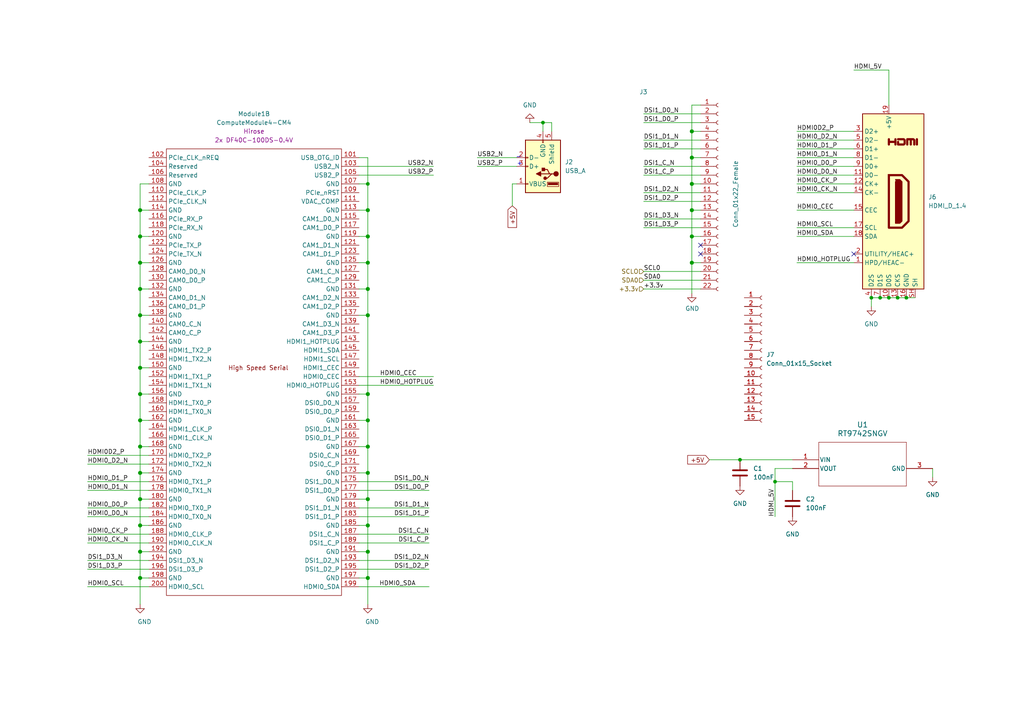
<source format=kicad_sch>
(kicad_sch (version 20230121) (generator eeschema)
  (paper "A4")
  (title_block (title "base") (date "2024-07-13") (rev "v01") (comment 2 "creativecommons.org/licenses/by-sa/4.0") (comment 3 "License: CC BY 4.0") (comment 4 "Author: Lucas Gomes "))
  (lib_symbols
    (symbol "CM4IO:ComputeModule4-CM4"
      (property "Reference" "Module" (at 113.03 -68.58 0))
      (property "Value" "ComputeModule4-CM4" (at 140.97 2.54 0))
      (property "Manufacturer" "Hirose" (at 0 0 0))
      (property "MPN" "2x DF40C-100DS-0.4V" (at 0 -2.54 0))
      (property "MPN (Alt)" "2x DF40HC(3.0)-100DS-0.4V" (at 0 0 0))
      (symbol "ComputeModule4-CM4_1_0"
        (text "GPIO" (at 0 6.35 0) (effects (font (size 1.27 1.27))))
      )
      (symbol "ComputeModule4-CM4_1_1"
        (rectangle (start -30.48 -71.12) (end 25.4 58.42))
        (text "600mA Max" (at -8.89 -53.34 0) (effects (font (size 1.27 1.27))))
        (text "600mA Max" (at -8.89 -48.26 0) (effects (font (size 1.27 1.27))))
        (text "NB SD signals are only available" (at -1.27 -27.94 0) (effects (font (size 1.27 1.27))))
        (text "on modules without eMMC" (at -1.27 -30.48 0) (effects (font (size 1.27 1.27))))
        (pin power_in line (at 27.94 55.88 180) (length 2.54) (name "GND") (number "1"))
        (pin passive line (at -33.02 45.72 0) (length 2.54) (name "Ethernet_Pair0_N") (number "10"))
        (pin output line (at -33.02 -68.58 0) (length 2.54) (name "nEXTRST") (number "100"))
        (pin passive line (at 27.94 43.18 180) (length 2.54) (name "Ethernet_Pair2_P") (number "11"))
        (pin passive line (at -33.02 43.18 0) (length 2.54) (name "Ethernet_Pair0_P") (number "12"))
        (pin power_in line (at 27.94 40.64 180) (length 2.54) (name "GND") (number "13"))
        (pin power_in line (at -33.02 40.64 0) (length 2.54) (name "GND") (number "14"))
        (pin output line (at 27.94 38.1 180) (length 2.54) (name "Ethernet_nLED3(3.3v)") (number "15"))
        (pin input line (at -33.02 38.1 0) (length 2.54) (name "Ethernet_SYNC_IN(1.8v)") (number "16"))
        (pin output line (at 27.94 35.56 180) (length 2.54) (name "Ethernet_nLED2(3.3v)") (number "17"))
        (pin input line (at -33.02 35.56 0) (length 2.54) (name "Ethernet_SYNC_OUT(1.8v)") (number "18"))
        (pin output line (at 27.94 33.02 180) (length 2.54) (name "Ethernet_nLED1(3.3v)") (number "19"))
        (pin power_in line (at -33.02 55.88 0) (length 2.54) (name "GND") (number "2"))
        (pin passive line (at -33.02 33.02 0) (length 2.54) (name "EEPROM_nWP") (number "20"))
        (pin open_collector line (at 27.94 30.48 180) (length 2.54) (name "PI_nLED_Activity") (number "21"))
        (pin power_in line (at -33.02 30.48 0) (length 2.54) (name "GND") (number "22"))
        (pin power_in line (at 27.94 27.94 180) (length 2.54) (name "GND") (number "23"))
        (pin passive line (at -33.02 27.94 0) (length 2.54) (name "GPIO26") (number "24"))
        (pin passive line (at 27.94 25.4 180) (length 2.54) (name "GPIO21") (number "25"))
        (pin passive line (at -33.02 25.4 0) (length 2.54) (name "GPIO19") (number "26"))
        (pin passive line (at 27.94 22.86 180) (length 2.54) (name "GPIO20") (number "27"))
        (pin passive line (at -33.02 22.86 0) (length 2.54) (name "GPIO13") (number "28"))
        (pin passive line (at 27.94 20.32 180) (length 2.54) (name "GPIO16") (number "29"))
        (pin passive line (at 27.94 53.34 180) (length 2.54) (name "Ethernet_Pair3_P") (number "3"))
        (pin passive line (at -33.02 20.32 0) (length 2.54) (name "GPIO6") (number "30"))
        (pin passive line (at 27.94 17.78 180) (length 2.54) (name "GPIO12") (number "31"))
        (pin power_in line (at -33.02 17.78 0) (length 2.54) (name "GND") (number "32"))
        (pin power_in line (at 27.94 15.24 180) (length 2.54) (name "GND") (number "33"))
        (pin passive line (at -33.02 15.24 0) (length 2.54) (name "GPIO5") (number "34"))
        (pin passive line (at 27.94 12.7 180) (length 2.54) (name "ID_SC") (number "35"))
        (pin passive line (at -33.02 12.7 0) (length 2.54) (name "ID_SD") (number "36"))
        (pin passive line (at 27.94 10.16 180) (length 2.54) (name "GPIO7") (number "37"))
        (pin passive line (at -33.02 10.16 0) (length 2.54) (name "GPIO11") (number "38"))
        (pin passive line (at 27.94 7.62 180) (length 2.54) (name "GPIO8") (number "39"))
        (pin passive line (at -33.02 53.34 0) (length 2.54) (name "Ethernet_Pair1_P") (number "4"))
        (pin passive line (at -33.02 7.62 0) (length 2.54) (name "GPIO9") (number "40"))
        (pin passive line (at 27.94 5.08 180) (length 2.54) (name "GPIO25") (number "41"))
        (pin power_in line (at -33.02 5.08 0) (length 2.54) (name "GND") (number "42"))
        (pin power_in line (at 27.94 2.54 180) (length 2.54) (name "GND") (number "43"))
        (pin passive line (at -33.02 2.54 0) (length 2.54) (name "GPIO10") (number "44"))
        (pin passive line (at 27.94 0 180) (length 2.54) (name "GPIO24") (number "45"))
        (pin passive line (at -33.02 0 0) (length 2.54) (name "GPIO22") (number "46"))
        (pin passive line (at 27.94 -2.54 180) (length 2.54) (name "GPIO23") (number "47"))
        (pin passive line (at -33.02 -2.54 0) (length 2.54) (name "GPIO27") (number "48"))
        (pin passive line (at 27.94 -5.08 180) (length 2.54) (name "GPIO18") (number "49"))
        (pin passive line (at 27.94 50.8 180) (length 2.54) (name "Ethernet_Pair3_N") (number "5"))
        (pin passive line (at -33.02 -5.08 0) (length 2.54) (name "GPIO17") (number "50"))
        (pin passive line (at 27.94 -7.62 180) (length 2.54) (name "GPIO15") (number "51"))
        (pin power_in line (at -33.02 -7.62 0) (length 2.54) (name "GND") (number "52"))
        (pin power_in line (at 27.94 -10.16 180) (length 2.54) (name "GND") (number "53"))
        (pin passive line (at -33.02 -10.16 0) (length 2.54) (name "GPIO4") (number "54"))
        (pin passive line (at 27.94 -12.7 180) (length 2.54) (name "GPIO14") (number "55"))
        (pin passive line (at -33.02 -12.7 0) (length 2.54) (name "GPIO3") (number "56"))
        (pin passive line (at 27.94 -15.24 180) (length 2.54) (name "SD_CLK") (number "57"))
        (pin passive line (at -33.02 -15.24 0) (length 2.54) (name "GPIO2") (number "58"))
        (pin power_in line (at 27.94 -17.78 180) (length 2.54) (name "GND") (number "59"))
        (pin passive line (at -33.02 50.8 0) (length 2.54) (name "Ethernet_Pair1_N") (number "6"))
        (pin power_in line (at -33.02 -17.78 0) (length 2.54) (name "GND") (number "60"))
        (pin passive line (at 27.94 -20.32 180) (length 2.54) (name "SD_DAT3") (number "61"))
        (pin passive line (at -33.02 -20.32 0) (length 2.54) (name "SD_CMD") (number "62"))
        (pin passive line (at 27.94 -22.86 180) (length 2.54) (name "SD_DAT0") (number "63"))
        (pin passive line (at -33.02 -22.86 0) (length 2.54) (name "SD_DAT5") (number "64"))
        (pin power_in line (at 27.94 -25.4 180) (length 2.54) (name "GND") (number "65"))
        (pin power_in line (at -33.02 -25.4 0) (length 2.54) (name "GND") (number "66"))
        (pin passive line (at 27.94 -27.94 180) (length 2.54) (name "SD_DAT1") (number "67"))
        (pin passive line (at -33.02 -27.94 0) (length 2.54) (name "SD_DAT4") (number "68"))
        (pin passive line (at 27.94 -30.48 180) (length 2.54) (name "SD_DAT2") (number "69"))
        (pin power_in line (at 27.94 48.26 180) (length 2.54) (name "GND") (number "7"))
        (pin passive line (at -33.02 -30.48 0) (length 2.54) (name "SD_DAT7") (number "70"))
        (pin power_in line (at 27.94 -33.02 180) (length 2.54) (name "GND") (number "71"))
        (pin passive line (at -33.02 -33.02 0) (length 2.54) (name "SD_DAT6") (number "72"))
        (pin input line (at 27.94 -35.56 180) (length 2.54) (name "SD_VDD_Override") (number "73"))
        (pin power_in line (at -33.02 -35.56 0) (length 2.54) (name "GND") (number "74"))
        (pin output line (at 27.94 -38.1 180) (length 2.54) (name "SD_PWR_ON") (number "75"))
        (pin passive line (at -33.02 -38.1 0) (length 2.54) (name "Reserved") (number "76"))
        (pin power_in line (at 27.94 -40.64 180) (length 2.54) (name "+5v_(Input)") (number "77"))
        (pin power_in line (at -33.02 -40.64 0) (length 2.54) (name "GPIO_VREF(1.8v/3.3v_Input)") (number "78"))
        (pin power_in line (at 27.94 -43.18 180) (length 2.54) (name "+5v_(Input)") (number "79"))
        (pin power_in line (at -33.02 48.26 0) (length 2.54) (name "GND") (number "8"))
        (pin passive line (at -33.02 -43.18 0) (length 2.54) (name "SCL0") (number "80"))
        (pin power_in line (at 27.94 -45.72 180) (length 2.54) (name "+5v_(Input)") (number "81"))
        (pin passive line (at -33.02 -45.72 0) (length 2.54) (name "SDA0") (number "82"))
        (pin power_in line (at 27.94 -48.26 180) (length 2.54) (name "+5v_(Input)") (number "83"))
        (pin power_out line (at -33.02 -48.26 0) (length 2.54) (name "+3.3v_(Output)") (number "84"))
        (pin power_in line (at 27.94 -50.8 180) (length 2.54) (name "+5v_(Input)") (number "85"))
        (pin power_out line (at -33.02 -50.8 0) (length 2.54) (name "+3.3v_(Output)") (number "86"))
        (pin power_in line (at 27.94 -53.34 180) (length 2.54) (name "+5v_(Input)") (number "87"))
        (pin power_out line (at -33.02 -53.34 0) (length 2.54) (name "+1.8v_(Output)") (number "88"))
        (pin power_in line (at 27.94 -55.88 180) (length 2.54) (name "WiFi_nDisable") (number "89"))
        (pin passive line (at 27.94 45.72 180) (length 2.54) (name "Ethernet_Pair2_N") (number "9"))
        (pin power_out line (at -33.02 -55.88 0) (length 2.54) (name "+1.8v_(Output)") (number "90"))
        (pin power_in line (at 27.94 -58.42 180) (length 2.54) (name "BT_nDisable") (number "91"))
        (pin passive line (at -33.02 -58.42 0) (length 2.54) (name "RUN_PG") (number "92"))
        (pin input line (at 27.94 -60.96 180) (length 2.54) (name "nRPIBOOT") (number "93"))
        (pin passive line (at -33.02 -60.96 0) (length 2.54) (name "AnalogIP0") (number "94"))
        (pin output line (at 27.94 -63.5 180) (length 2.54) (name "nPI_LED_PWR") (number "95"))
        (pin passive line (at -33.02 -63.5 0) (length 2.54) (name "AnalogIP1") (number "96"))
        (pin passive line (at 27.94 -66.04 180) (length 2.54) (name "Camera_GPIO") (number "97"))
        (pin power_in line (at -33.02 -66.04 0) (length 2.54) (name "GND") (number "98"))
        (pin input line (at 27.94 -68.58 180) (length 2.54) (name "Global_EN") (number "99"))
      )
      (symbol "ComputeModule4-CM4_2_1"
        (rectangle (start 114.3 -66.04) (end 165.1 63.5))
        (text "High Speed Serial" (at 140.97 0 0) (effects (font (size 1.27 1.27))))
        (pin input line (at 170.18 60.96 180) (length 5.08) (name "USB_OTG_ID") (number "101"))
        (pin input line (at 109.22 60.96 0) (length 5.08) (name "PCIe_CLK_nREQ") (number "102"))
        (pin passive line (at 170.18 58.42 180) (length 5.08) (name "USB2_N") (number "103"))
        (pin passive line (at 109.22 58.42 0) (length 5.08) (name "Reserved") (number "104"))
        (pin passive line (at 170.18 55.88 180) (length 5.08) (name "USB2_P") (number "105"))
        (pin passive line (at 109.22 55.88 0) (length 5.08) (name "Reserved") (number "106"))
        (pin power_in line (at 170.18 53.34 180) (length 5.08) (name "GND") (number "107"))
        (pin power_in line (at 109.22 53.34 0) (length 5.08) (name "GND") (number "108"))
        (pin bidirectional line (at 170.18 50.8 180) (length 5.08) (name "PCIe_nRST") (number "109"))
        (pin output line (at 109.22 50.8 0) (length 5.08) (name "PCIe_CLK_P") (number "110"))
        (pin passive line (at 170.18 48.26 180) (length 5.08) (name "VDAC_COMP") (number "111"))
        (pin output line (at 109.22 48.26 0) (length 5.08) (name "PCIe_CLK_N") (number "112"))
        (pin power_in line (at 170.18 45.72 180) (length 5.08) (name "GND") (number "113"))
        (pin power_in line (at 109.22 45.72 0) (length 5.08) (name "GND") (number "114"))
        (pin input line (at 170.18 43.18 180) (length 5.08) (name "CAM1_D0_N") (number "115"))
        (pin input line (at 109.22 43.18 0) (length 5.08) (name "PCIe_RX_P") (number "116"))
        (pin input line (at 170.18 40.64 180) (length 5.08) (name "CAM1_D0_P") (number "117"))
        (pin input line (at 109.22 40.64 0) (length 5.08) (name "PCIe_RX_N") (number "118"))
        (pin power_in line (at 170.18 38.1 180) (length 5.08) (name "GND") (number "119"))
        (pin power_in line (at 109.22 38.1 0) (length 5.08) (name "GND") (number "120"))
        (pin input line (at 170.18 35.56 180) (length 5.08) (name "CAM1_D1_N") (number "121"))
        (pin output line (at 109.22 35.56 0) (length 5.08) (name "PCIe_TX_P") (number "122"))
        (pin input line (at 170.18 33.02 180) (length 5.08) (name "CAM1_D1_P") (number "123"))
        (pin output line (at 109.22 33.02 0) (length 5.08) (name "PCIe_TX_N") (number "124"))
        (pin power_in line (at 170.18 30.48 180) (length 5.08) (name "GND") (number "125"))
        (pin power_in line (at 109.22 30.48 0) (length 5.08) (name "GND") (number "126"))
        (pin input line (at 170.18 27.94 180) (length 5.08) (name "CAM1_C_N") (number "127"))
        (pin input line (at 109.22 27.94 0) (length 5.08) (name "CAM0_D0_N") (number "128"))
        (pin input line (at 170.18 25.4 180) (length 5.08) (name "CAM1_C_P") (number "129"))
        (pin input line (at 109.22 25.4 0) (length 5.08) (name "CAM0_D0_P") (number "130"))
        (pin power_in line (at 170.18 22.86 180) (length 5.08) (name "GND") (number "131"))
        (pin power_in line (at 109.22 22.86 0) (length 5.08) (name "GND") (number "132"))
        (pin input line (at 170.18 20.32 180) (length 5.08) (name "CAM1_D2_N") (number "133"))
        (pin input line (at 109.22 20.32 0) (length 5.08) (name "CAM0_D1_N") (number "134"))
        (pin input line (at 170.18 17.78 180) (length 5.08) (name "CAM1_D2_P") (number "135"))
        (pin input line (at 109.22 17.78 0) (length 5.08) (name "CAM0_D1_P") (number "136"))
        (pin power_in line (at 170.18 15.24 180) (length 5.08) (name "GND") (number "137"))
        (pin power_in line (at 109.22 15.24 0) (length 5.08) (name "GND") (number "138"))
        (pin input line (at 170.18 12.7 180) (length 5.08) (name "CAM1_D3_N") (number "139"))
        (pin input line (at 109.22 12.7 0) (length 5.08) (name "CAM0_C_N") (number "140"))
        (pin input line (at 170.18 10.16 180) (length 5.08) (name "CAM1_D3_P") (number "141"))
        (pin input line (at 109.22 10.16 0) (length 5.08) (name "CAM0_C_P") (number "142"))
        (pin input line (at 170.18 7.62 180) (length 5.08) (name "HDMI1_HOTPLUG") (number "143"))
        (pin power_in line (at 109.22 7.62 0) (length 5.08) (name "GND") (number "144"))
        (pin bidirectional line (at 170.18 5.08 180) (length 5.08) (name "HDMI1_SDA") (number "145"))
        (pin output line (at 109.22 5.08 0) (length 5.08) (name "HDMI1_TX2_P") (number "146"))
        (pin open_collector line (at 170.18 2.54 180) (length 5.08) (name "HDMI1_SCL") (number "147"))
        (pin output line (at 109.22 2.54 0) (length 5.08) (name "HDMI1_TX2_N") (number "148"))
        (pin open_collector line (at 170.18 0 180) (length 5.08) (name "HDMI1_CEC") (number "149"))
        (pin power_in line (at 109.22 0 0) (length 5.08) (name "GND") (number "150"))
        (pin open_collector line (at 170.18 -2.54 180) (length 5.08) (name "HDMI0_CEC") (number "151"))
        (pin output line (at 109.22 -2.54 0) (length 5.08) (name "HDMI1_TX1_P") (number "152"))
        (pin input line (at 170.18 -5.08 180) (length 5.08) (name "HDMI0_HOTPLUG") (number "153"))
        (pin output line (at 109.22 -5.08 0) (length 5.08) (name "HDMI1_TX1_N") (number "154"))
        (pin power_in line (at 170.18 -7.62 180) (length 5.08) (name "GND") (number "155"))
        (pin power_in line (at 109.22 -7.62 0) (length 5.08) (name "GND") (number "156"))
        (pin output line (at 170.18 -10.16 180) (length 5.08) (name "DSI0_D0_N") (number "157"))
        (pin output line (at 109.22 -10.16 0) (length 5.08) (name "HDMI1_TX0_P") (number "158"))
        (pin output line (at 170.18 -12.7 180) (length 5.08) (name "DSI0_D0_P") (number "159"))
        (pin output line (at 109.22 -12.7 0) (length 5.08) (name "HDMI1_TX0_N") (number "160"))
        (pin power_in line (at 170.18 -15.24 180) (length 5.08) (name "GND") (number "161"))
        (pin power_in line (at 109.22 -15.24 0) (length 5.08) (name "GND") (number "162"))
        (pin output line (at 170.18 -17.78 180) (length 5.08) (name "DSI0_D1_N") (number "163"))
        (pin output line (at 109.22 -17.78 0) (length 5.08) (name "HDMI1_CLK_P") (number "164"))
        (pin output line (at 170.18 -20.32 180) (length 5.08) (name "DSI0_D1_P") (number "165"))
        (pin output line (at 109.22 -20.32 0) (length 5.08) (name "HDMI1_CLK_N") (number "166"))
        (pin power_in line (at 170.18 -22.86 180) (length 5.08) (name "GND") (number "167"))
        (pin power_in line (at 109.22 -22.86 0) (length 5.08) (name "GND") (number "168"))
        (pin output line (at 170.18 -25.4 180) (length 5.08) (name "DSI0_C_N") (number "169"))
        (pin output line (at 109.22 -25.4 0) (length 5.08) (name "HDMI0_TX2_P") (number "170"))
        (pin output line (at 170.18 -27.94 180) (length 5.08) (name "DSI0_C_P") (number "171"))
        (pin output line (at 109.22 -27.94 0) (length 5.08) (name "HDMI0_TX2_N") (number "172"))
        (pin power_in line (at 170.18 -30.48 180) (length 5.08) (name "GND") (number "173"))
        (pin power_in line (at 109.22 -30.48 0) (length 5.08) (name "GND") (number "174"))
        (pin output line (at 170.18 -33.02 180) (length 5.08) (name "DSI1_D0_N") (number "175"))
        (pin output line (at 109.22 -33.02 0) (length 5.08) (name "HDMI0_TX1_P") (number "176"))
        (pin output line (at 170.18 -35.56 180) (length 5.08) (name "DSI1_D0_P") (number "177"))
        (pin output line (at 109.22 -35.56 0) (length 5.08) (name "HDMI0_TX1_N") (number "178"))
        (pin power_in line (at 170.18 -38.1 180) (length 5.08) (name "GND") (number "179"))
        (pin power_in line (at 109.22 -38.1 0) (length 5.08) (name "GND") (number "180"))
        (pin output line (at 170.18 -40.64 180) (length 5.08) (name "DSI1_D1_N") (number "181"))
        (pin output line (at 109.22 -40.64 0) (length 5.08) (name "HDMI0_TX0_P") (number "182"))
        (pin output line (at 170.18 -43.18 180) (length 5.08) (name "DSI1_D1_P") (number "183"))
        (pin output line (at 109.22 -43.18 0) (length 5.08) (name "HDMI0_TX0_N") (number "184"))
        (pin power_in line (at 170.18 -45.72 180) (length 5.08) (name "GND") (number "185"))
        (pin power_in line (at 109.22 -45.72 0) (length 5.08) (name "GND") (number "186"))
        (pin output line (at 170.18 -48.26 180) (length 5.08) (name "DSI1_C_N") (number "187"))
        (pin output line (at 109.22 -48.26 0) (length 5.08) (name "HDMI0_CLK_P") (number "188"))
        (pin output line (at 170.18 -50.8 180) (length 5.08) (name "DSI1_C_P") (number "189"))
        (pin output line (at 109.22 -50.8 0) (length 5.08) (name "HDMI0_CLK_N") (number "190"))
        (pin power_in line (at 170.18 -53.34 180) (length 5.08) (name "GND") (number "191"))
        (pin power_in line (at 109.22 -53.34 0) (length 5.08) (name "GND") (number "192"))
        (pin output line (at 170.18 -55.88 180) (length 5.08) (name "DSI1_D2_N") (number "193"))
        (pin output line (at 109.22 -55.88 0) (length 5.08) (name "DSI1_D3_N") (number "194"))
        (pin output line (at 170.18 -58.42 180) (length 5.08) (name "DSI1_D2_P") (number "195"))
        (pin output line (at 109.22 -58.42 0) (length 5.08) (name "DSI1_D3_P") (number "196"))
        (pin power_in line (at 170.18 -60.96 180) (length 5.08) (name "GND") (number "197"))
        (pin power_in line (at 109.22 -60.96 0) (length 5.08) (name "GND") (number "198"))
        (pin bidirectional line (at 170.18 -63.5 180) (length 5.08) (name "HDMI0_SDA") (number "199"))
        (pin open_collector line (at 109.22 -63.5 0) (length 5.08) (name "HDMI0_SCL") (number "200"))
      )
    )
    (symbol "Connector:Conn_01x15_Socket" (pin_names (offset 1.016) hide)
      (property "Reference" "J" (at 0 20.32 0))
      (property "Value" "Conn_01x15_Socket" (at 0 -20.32 0))
      (symbol "Conn_01x15_Socket_1_1"
        (arc (start 0 -17.272) (mid -0.5058 -17.78) (end 0 -18.288) (stroke (width 0.1524)))
        (arc (start 0 -14.732) (mid -0.5058 -15.24) (end 0 -15.748) (stroke (width 0.1524)))
        (arc (start 0 -12.192) (mid -0.5058 -12.7) (end 0 -13.208) (stroke (width 0.1524)))
        (arc (start 0 -9.652) (mid -0.5058 -10.16) (end 0 -10.668) (stroke (width 0.1524)))
        (arc (start 0 -7.112) (mid -0.5058 -7.62) (end 0 -8.128) (stroke (width 0.1524)))
        (arc (start 0 -4.572) (mid -0.5058 -5.08) (end 0 -5.588) (stroke (width 0.1524)))
        (arc (start 0 -2.032) (mid -0.5058 -2.54) (end 0 -3.048) (stroke (width 0.1524)))
        (polyline (pts (xy -1.27 -17.78) (xy -0.508 -17.78)) (stroke (width 0.1524)))
        (polyline (pts (xy -1.27 -15.24) (xy -0.508 -15.24)) (stroke (width 0.1524)))
        (polyline (pts (xy -1.27 -12.7) (xy -0.508 -12.7)) (stroke (width 0.1524)))
        (polyline (pts (xy -1.27 -10.16) (xy -0.508 -10.16)) (stroke (width 0.1524)))
        (polyline (pts (xy -1.27 -7.62) (xy -0.508 -7.62)) (stroke (width 0.1524)))
        (polyline (pts (xy -1.27 -5.08) (xy -0.508 -5.08)) (stroke (width 0.1524)))
        (polyline (pts (xy -1.27 -2.54) (xy -0.508 -2.54)) (stroke (width 0.1524)))
        (polyline (pts (xy -1.27 0) (xy -0.508 0)) (stroke (width 0.1524)))
        (polyline (pts (xy -1.27 2.54) (xy -0.508 2.54)) (stroke (width 0.1524)))
        (polyline (pts (xy -1.27 5.08) (xy -0.508 5.08)) (stroke (width 0.1524)))
        (polyline (pts (xy -1.27 7.62) (xy -0.508 7.62)) (stroke (width 0.1524)))
        (polyline (pts (xy -1.27 10.16) (xy -0.508 10.16)) (stroke (width 0.1524)))
        (polyline (pts (xy -1.27 12.7) (xy -0.508 12.7)) (stroke (width 0.1524)))
        (polyline (pts (xy -1.27 15.24) (xy -0.508 15.24)) (stroke (width 0.1524)))
        (polyline (pts (xy -1.27 17.78) (xy -0.508 17.78)) (stroke (width 0.1524)))
        (arc (start 0 0.508) (mid -0.5058 0) (end 0 -0.508) (stroke (width 0.1524)))
        (arc (start 0 3.048) (mid -0.5058 2.54) (end 0 2.032) (stroke (width 0.1524)))
        (arc (start 0 5.588) (mid -0.5058 5.08) (end 0 4.572) (stroke (width 0.1524)))
        (arc (start 0 8.128) (mid -0.5058 7.62) (end 0 7.112) (stroke (width 0.1524)))
        (arc (start 0 10.668) (mid -0.5058 10.16) (end 0 9.652) (stroke (width 0.1524)))
        (arc (start 0 13.208) (mid -0.5058 12.7) (end 0 12.192) (stroke (width 0.1524)))
        (arc (start 0 15.748) (mid -0.5058 15.24) (end 0 14.732) (stroke (width 0.1524)))
        (arc (start 0 18.288) (mid -0.5058 17.78) (end 0 17.272) (stroke (width 0.1524)))
        (pin passive line (at -5.08 17.78 0) (length 3.81) (name "Pin_1") (number "1"))
        (pin passive line (at -5.08 -5.08 0) (length 3.81) (name "Pin_10") (number "10"))
        (pin passive line (at -5.08 -7.62 0) (length 3.81) (name "Pin_11") (number "11"))
        (pin passive line (at -5.08 -10.16 0) (length 3.81) (name "Pin_12") (number "12"))
        (pin passive line (at -5.08 -12.7 0) (length 3.81) (name "Pin_13") (number "13"))
        (pin passive line (at -5.08 -15.24 0) (length 3.81) (name "Pin_14") (number "14"))
        (pin passive line (at -5.08 -17.78 0) (length 3.81) (name "Pin_15") (number "15"))
        (pin passive line (at -5.08 15.24 0) (length 3.81) (name "Pin_2") (number "2"))
        (pin passive line (at -5.08 12.7 0) (length 3.81) (name "Pin_3") (number "3"))
        (pin passive line (at -5.08 10.16 0) (length 3.81) (name "Pin_4") (number "4"))
        (pin passive line (at -5.08 7.62 0) (length 3.81) (name "Pin_5") (number "5"))
        (pin passive line (at -5.08 5.08 0) (length 3.81) (name "Pin_6") (number "6"))
        (pin passive line (at -5.08 2.54 0) (length 3.81) (name "Pin_7") (number "7"))
        (pin passive line (at -5.08 0 0) (length 3.81) (name "Pin_8") (number "8"))
        (pin passive line (at -5.08 -2.54 0) (length 3.81) (name "Pin_9") (number "9"))
      )
    )
    (symbol "Connector:Conn_01x22_Female" (pin_names hide)
      (property "Reference" "J" (at 0 27.94 0))
      (property "Value" "Conn_01x22_Female" (at 0 -30.48 0))
      (symbol "Conn_01x22_Female_1_1"
        (arc (start 0 -27.432) (mid -0.5058 -27.94) (end 0 -28.448))
        (arc (start 0 -24.892) (mid -0.5058 -25.4) (end 0 -25.908))
        (arc (start 0 -22.352) (mid -0.5058 -22.86) (end 0 -23.368))
        (arc (start 0 -19.812) (mid -0.5058 -20.32) (end 0 -20.828))
        (arc (start 0 -17.272) (mid -0.5058 -17.78) (end 0 -18.288))
        (arc (start 0 -14.732) (mid -0.5058 -15.24) (end 0 -15.748))
        (arc (start 0 -12.192) (mid -0.5058 -12.7) (end 0 -13.208))
        (arc (start 0 -9.652) (mid -0.5058 -10.16) (end 0 -10.668))
        (arc (start 0 -7.112) (mid -0.5058 -7.62) (end 0 -8.128))
        (arc (start 0 -4.572) (mid -0.5058 -5.08) (end 0 -5.588))
        (arc (start 0 -2.032) (mid -0.5058 -2.54) (end 0 -3.048))
        (polyline (pts (xy -1.27 -27.94) (xy -0.508 -27.94)))
        (polyline (pts (xy -1.27 -25.4) (xy -0.508 -25.4)))
        (polyline (pts (xy -1.27 -22.86) (xy -0.508 -22.86)))
        (polyline (pts (xy -1.27 -20.32) (xy -0.508 -20.32)))
        (polyline (pts (xy -1.27 -17.78) (xy -0.508 -17.78)))
        (polyline (pts (xy -1.27 -15.24) (xy -0.508 -15.24)))
        (polyline (pts (xy -1.27 -12.7) (xy -0.508 -12.7)))
        (polyline (pts (xy -1.27 -10.16) (xy -0.508 -10.16)))
        (polyline (pts (xy -1.27 -7.62) (xy -0.508 -7.62)))
        (polyline (pts (xy -1.27 -5.08) (xy -0.508 -5.08)))
        (polyline (pts (xy -1.27 -2.54) (xy -0.508 -2.54)))
        (polyline (pts (xy -1.27 0) (xy -0.508 0)))
        (polyline (pts (xy -1.27 2.54) (xy -0.508 2.54)))
        (polyline (pts (xy -1.27 5.08) (xy -0.508 5.08)))
        (polyline (pts (xy -1.27 7.62) (xy -0.508 7.62)))
        (polyline (pts (xy -1.27 10.16) (xy -0.508 10.16)))
        (polyline (pts (xy -1.27 12.7) (xy -0.508 12.7)))
        (polyline (pts (xy -1.27 15.24) (xy -0.508 15.24)))
        (polyline (pts (xy -1.27 17.78) (xy -0.508 17.78)))
        (polyline (pts (xy -1.27 20.32) (xy -0.508 20.32)))
        (polyline (pts (xy -1.27 22.86) (xy -0.508 22.86)))
        (polyline (pts (xy -1.27 25.4) (xy -0.508 25.4)))
        (arc (start 0 0.508) (mid -0.5058 0) (end 0 -0.508))
        (arc (start 0 3.048) (mid -0.5058 2.54) (end 0 2.032))
        (arc (start 0 5.588) (mid -0.5058 5.08) (end 0 4.572))
        (arc (start 0 8.128) (mid -0.5058 7.62) (end 0 7.112))
        (arc (start 0 10.668) (mid -0.5058 10.16) (end 0 9.652))
        (arc (start 0 13.208) (mid -0.5058 12.7) (end 0 12.192))
        (arc (start 0 15.748) (mid -0.5058 15.24) (end 0 14.732))
        (arc (start 0 18.288) (mid -0.5058 17.78) (end 0 17.272))
        (arc (start 0 20.828) (mid -0.5058 20.32) (end 0 19.812))
        (arc (start 0 23.368) (mid -0.5058 22.86) (end 0 22.352))
        (arc (start 0 25.908) (mid -0.5058 25.4) (end 0 24.892))
        (pin passive line (at -5.08 25.4 0) (length 3.81) (name "Pin_1") (number "1"))
        (pin passive line (at -5.08 2.54 0) (length 3.81) (name "Pin_10") (number "10"))
        (pin passive line (at -5.08 0 0) (length 3.81) (name "Pin_11") (number "11"))
        (pin passive line (at -5.08 -2.54 0) (length 3.81) (name "Pin_12") (number "12"))
        (pin passive line (at -5.08 -5.08 0) (length 3.81) (name "Pin_13") (number "13"))
        (pin passive line (at -5.08 -7.62 0) (length 3.81) (name "Pin_14") (number "14"))
        (pin passive line (at -5.08 -10.16 0) (length 3.81) (name "Pin_15") (number "15"))
        (pin passive line (at -5.08 -12.7 0) (length 3.81) (name "Pin_16") (number "16"))
        (pin passive line (at -5.08 -15.24 0) (length 3.81) (name "Pin_17") (number "17"))
        (pin passive line (at -5.08 -17.78 0) (length 3.81) (name "Pin_18") (number "18"))
        (pin passive line (at -5.08 -20.32 0) (length 3.81) (name "Pin_19") (number "19"))
        (pin passive line (at -5.08 22.86 0) (length 3.81) (name "Pin_2") (number "2"))
        (pin passive line (at -5.08 -22.86 0) (length 3.81) (name "Pin_20") (number "20"))
        (pin passive line (at -5.08 -25.4 0) (length 3.81) (name "Pin_21") (number "21"))
        (pin passive line (at -5.08 -27.94 0) (length 3.81) (name "Pin_22") (number "22"))
        (pin passive line (at -5.08 20.32 0) (length 3.81) (name "Pin_3") (number "3"))
        (pin passive line (at -5.08 17.78 0) (length 3.81) (name "Pin_4") (number "4"))
        (pin passive line (at -5.08 15.24 0) (length 3.81) (name "Pin_5") (number "5"))
        (pin passive line (at -5.08 12.7 0) (length 3.81) (name "Pin_6") (number "6"))
        (pin passive line (at -5.08 10.16 0) (length 3.81) (name "Pin_7") (number "7"))
        (pin passive line (at -5.08 7.62 0) (length 3.81) (name "Pin_8") (number "8"))
        (pin passive line (at -5.08 5.08 0) (length 3.81) (name "Pin_9") (number "9"))
      )
    )
    (symbol "Connector:HDMI_D_1.4"
      (property "Reference" "J" (at -6.35 26.67 0))
      (property "Value" "HDMI_D_1.4" (at 10.16 26.67 0))
      (symbol "HDMI_D_1.4_0_0"
        (polyline (pts (xy 8.128 16.51) (xy 8.128 18.034)) (stroke (width 0.635)))
        (polyline (pts (xy 0 16.51) (xy 0 18.034) (xy 0 17.272) (xy 1.905 17.272) (xy 1.905 18.034) (xy 1.905 16.51)) (stroke (width 0.635)))
        (polyline (pts (xy 2.667 18.034) (xy 4.318 18.034) (xy 4.572 17.78) (xy 4.572 16.764) (xy 4.318 16.51) (xy 2.667 16.51) (xy 2.667 17.272)) (stroke (width 0.635)))
      )
      (symbol "HDMI_D_1.4_0_1"
        (rectangle (start -7.62 25.4) (end 10.16 -25.4) (stroke (width 0.254)) (fill (type background)))
        (polyline (pts (xy 0 7.62) (xy 3.81 7.62) (xy 5.715 5.715) (xy 5.715 -5.715) (xy 3.81 -7.62) (xy 0 -7.62) (xy 0 7.62)) (stroke (width 0.635)))
        (polyline (pts (xy 1.905 6.35) (xy 3.175 6.35) (xy 3.81 5.715) (xy 3.81 -5.715) (xy 3.175 -6.35) (xy 1.905 -6.35) (xy 1.905 5.715)) (stroke (width 0.254)) (fill (type outline)))
        (polyline (pts (xy 5.334 16.51) (xy 5.334 18.034) (xy 6.35 18.034) (xy 6.35 16.51) (xy 6.35 18.034) (xy 7.112 18.034) (xy 7.366 17.78) (xy 7.366 16.51)) (stroke (width 0.635)))
      )
      (symbol "HDMI_D_1.4_1_1"
        (pin passive line (at -10.16 -17.78 0) (length 2.54) (name "HPD/HEAC-") (number "1"))
        (pin power_in line (at 0 -27.94 90) (length 2.54) (name "D0S") (number "10"))
        (pin passive line (at -10.16 7.62 0) (length 2.54) (name "D0-") (number "11"))
        (pin passive line (at -10.16 5.08 0) (length 2.54) (name "CK+") (number "12"))
        (pin power_in line (at 2.54 -27.94 90) (length 2.54) (name "CKS") (number "13"))
        (pin passive line (at -10.16 2.54 0) (length 2.54) (name "CK-") (number "14"))
        (pin bidirectional line (at -10.16 -2.54 0) (length 2.54) (name "CEC") (number "15"))
        (pin power_in line (at 5.08 -27.94 90) (length 2.54) (name "GND") (number "16"))
        (pin passive line (at -10.16 -7.62 0) (length 2.54) (name "SCL") (number "17"))
        (pin bidirectional line (at -10.16 -10.16 0) (length 2.54) (name "SDA") (number "18"))
        (pin power_in line (at 0 27.94 270) (length 2.54) (name "+5V") (number "19"))
        (pin passive line (at -10.16 -15.24 0) (length 2.54) (name "UTILITY/HEAC+") (number "2"))
        (pin passive line (at -10.16 20.32 0) (length 2.54) (name "D2+") (number "3"))
        (pin power_in line (at -5.08 -27.94 90) (length 2.54) (name "D2S") (number "4"))
        (pin passive line (at -10.16 17.78 0) (length 2.54) (name "D2-") (number "5"))
        (pin passive line (at -10.16 15.24 0) (length 2.54) (name "D1+") (number "6"))
        (pin power_in line (at -2.54 -27.94 90) (length 2.54) (name "D1S") (number "7"))
        (pin passive line (at -10.16 12.7 0) (length 2.54) (name "D1-") (number "8"))
        (pin passive line (at -10.16 10.16 0) (length 2.54) (name "D0+") (number "9"))
        (pin passive line (at 7.62 -27.94 90) (length 2.54) (name "SH") (number "SH"))
      )
    )
    (symbol "Connector:USB_A" (pin_names (offset 1.016))
      (property "Reference" "J" (at -5.08 11.43 0))
      (property "Value" "USB_A" (at -5.08 8.89 0))
      (symbol "USB_A_0_1"
        (rectangle (start -5.08 -7.62) (end 5.08 7.62) (stroke (width 0.254)) (fill (type background)))
        (circle (center -3.81 2.159) (radius 0.635) (stroke (width 0.254)) (fill (type outline)))
        (rectangle (start -1.524 4.826) (end -4.318 5.334) (fill (type outline)))
        (rectangle (start -1.27 4.572) (end -4.572 5.842))
        (circle (center -0.635 3.429) (radius 0.381) (stroke (width 0.254)) (fill (type outline)))
        (rectangle (start -0.127 -7.62) (end 0.127 -6.858))
        (polyline (pts (xy -3.175 2.159) (xy -2.54 2.159) (xy -1.27 3.429) (xy -0.635 3.429)) (stroke (width 0.254)))
        (polyline (pts (xy -2.54 2.159) (xy -1.905 2.159) (xy -1.27 0.889) (xy 0 0.889)) (stroke (width 0.254)))
        (polyline (pts (xy 0.635 2.794) (xy 0.635 1.524) (xy 1.905 2.159) (xy 0.635 2.794)) (stroke (width 0.254)) (fill (type outline)))
        (rectangle (start 0.254 1.27) (end -0.508 0.508) (stroke (width 0.254)) (fill (type outline)))
        (rectangle (start 5.08 -2.667) (end 4.318 -2.413))
        (rectangle (start 5.08 -0.127) (end 4.318 0.127))
        (rectangle (start 5.08 4.953) (end 4.318 5.207))
      )
      (symbol "USB_A_1_1"
        (polyline (pts (xy -1.905 2.159) (xy 0.635 2.159)) (stroke (width 0.254)))
        (pin power_in line (at 7.62 5.08 180) (length 2.54) (name "VBUS") (number "1"))
        (pin bidirectional line (at 7.62 -2.54 180) (length 2.54) (name "D-") (number "2"))
        (pin bidirectional line (at 7.62 0 180) (length 2.54) (name "D+") (number "3"))
        (pin power_in line (at 0 -10.16 90) (length 2.54) (name "GND") (number "4"))
        (pin passive line (at -2.54 -10.16 90) (length 2.54) (name "Shield") (number "5"))
      )
    )
    (symbol "Device:C" (pin_numbers hide) (pin_names (offset 0.254))
      (property "Reference" "C" (at 0.635 2.54 0))
      (property "Value" "C" (at 0.635 -2.54 0))
      (symbol "C_0_1"
        (polyline (pts (xy -2.032 -0.762) (xy 2.032 -0.762)) (stroke (width 0.508)))
        (polyline (pts (xy -2.032 0.762) (xy 2.032 0.762)) (stroke (width 0.508)))
      )
      (symbol "C_1_1"
        (pin passive line (at 0 3.81 270) (length 2.794) (name "~") (number "1"))
        (pin passive line (at 0 -3.81 90) (length 2.794) (name "~") (number "2"))
      )
    )
    (symbol "GND_1" (power) (pin_names (offset 0))
      (property "Value" "GND_1" (at 0 -3.81 0))
      (symbol "GND_1_0_1"
        (polyline (pts (xy 0 0) (xy 0 -1.27) (xy 1.27 -1.27) (xy 0 -2.54) (xy -1.27 -1.27) (xy 0 -1.27)))
      )
      (symbol "GND_1_1_1"
        (pin power_in line (at 0 0 270) (length 0) hide (name "GND") (number "1"))
      )
    )
    (symbol "GND_2" (power) (pin_names (offset 0))
      (property "Value" "GND_2" (at 0 -3.81 0))
      (symbol "GND_2_0_1"
        (polyline (pts (xy 0 0) (xy 0 -1.27) (xy 1.27 -1.27) (xy 0 -2.54) (xy -1.27 -1.27) (xy 0 -1.27)))
      )
      (symbol "GND_2_1_1"
        (pin power_in line (at 0 0 270) (length 0) hide (name "GND") (number "1"))
      )
    )
    (symbol "GND_3" (power) (pin_names (offset 0))
      (property "Value" "GND_3" (at 0 -3.81 0))
      (symbol "GND_3_0_1"
        (polyline (pts (xy 0 0) (xy 0 -1.27) (xy 1.27 -1.27) (xy 0 -2.54) (xy -1.27 -1.27) (xy 0 -1.27)))
      )
      (symbol "GND_3_1_1"
        (pin power_in line (at 0 0 270) (length 0) hide (name "GND") (number "1"))
      )
    )
    (symbol "GND_4" (power) (pin_names (offset 0))
      (property "Value" "GND_4" (at 0 -3.81 0))
      (symbol "GND_4_0_1"
        (polyline (pts (xy 0 0) (xy 0 -1.27) (xy 1.27 -1.27) (xy 0 -2.54) (xy -1.27 -1.27) (xy 0 -1.27)))
      )
      (symbol "GND_4_1_1"
        (pin power_in line (at 0 0 270) (length 0) hide (name "GND") (number "1"))
      )
    )
    (symbol "RT9742SNGV:RT9742SNGV" (pin_names (offset 0.254))
      (property "Reference" "U" (at 20.32 10.16 0))
      (property "Value" "RT9742SNGV" (at 20.32 7.62 0))
      (symbol "RT9742SNGV_0_1"
        (polyline (pts (xy 7.62 -7.62) (xy 33.02 -7.62)) (stroke (width 0.127)))
        (polyline (pts (xy 7.62 5.08) (xy 7.62 -7.62)) (stroke (width 0.127)))
        (polyline (pts (xy 33.02 -7.62) (xy 33.02 5.08)) (stroke (width 0.127)))
        (polyline (pts (xy 33.02 5.08) (xy 7.62 5.08)) (stroke (width 0.127)))
        (pin unspecified line (at 0 0 0) (length 7.62) (name "VIN") (number "1"))
        (pin output line (at 0 -2.54 0) (length 7.62) (name "VOUT") (number "2"))
        (pin power_out line (at 40.64 -2.54 180) (length 7.62) (name "GND") (number "3"))
      )
    )
    (symbol "power:GND" (power) (pin_names (offset 0))
      (property "Value" "GND" (at 0 -3.81 0))
      (symbol "GND_0_1"
        (polyline (pts (xy 0 0) (xy 0 -1.27) (xy 1.27 -1.27) (xy 0 -2.54) (xy -1.27 -1.27) (xy 0 -1.27)))
      )
      (symbol "GND_1_1"
        (pin power_in line (at 0 0 270) (length 0) hide (name "GND") (number "1"))
      )
    )
  )
  (junction (at 106.68 60.96) (diameter 1.016))
  (junction (at 106.68 160.02) (diameter 1.016))
  (junction (at 257.81 86.36))
  (junction (at 40.64 152.4) (diameter 1.016))
  (junction (at 106.68 144.78) (diameter 1.016))
  (junction (at 200.66 68.58) (diameter 1.016))
  (junction (at 106.68 121.92) (diameter 1.016))
  (junction (at 260.35 86.36))
  (junction (at 200.66 53.34) (diameter 1.016))
  (junction (at 40.64 144.78) (diameter 1.016))
  (junction (at 262.89 86.36))
  (junction (at 200.66 76.2) (diameter 1.016))
  (junction (at 224.79 139.7))
  (junction (at 157.48 35.56))
  (junction (at 40.64 167.64) (diameter 1.016))
  (junction (at 106.68 83.82) (diameter 1.016))
  (junction (at 40.64 76.2) (diameter 1.016))
  (junction (at 106.68 114.3) (diameter 1.016))
  (junction (at 106.68 53.34))
  (junction (at 106.68 129.54) (diameter 1.016))
  (junction (at 200.66 38.1) (diameter 1.016))
  (junction (at 40.64 137.16) (diameter 1.016))
  (junction (at 40.64 91.44) (diameter 1.016))
  (junction (at 40.64 68.58) (diameter 1.016))
  (junction (at 106.68 76.2) (diameter 1.016))
  (junction (at 106.68 68.58) (diameter 1.016))
  (junction (at 255.27 86.36))
  (junction (at 106.68 91.44) (diameter 1.016))
  (junction (at 40.64 83.82) (diameter 1.016))
  (junction (at 106.68 137.16) (diameter 1.016))
  (junction (at 252.73 86.36))
  (junction (at 106.68 152.4) (diameter 1.016))
  (junction (at 40.64 160.02) (diameter 1.016))
  (junction (at 40.64 106.68) (diameter 1.016))
  (junction (at 106.68 167.64) (diameter 1.016))
  (junction (at 200.66 60.96) (diameter 1.016))
  (junction (at 214.63 133.35))
  (junction (at 40.64 60.96) (diameter 1.016))
  (junction (at 40.64 121.92) (diameter 1.016))
  (junction (at 40.64 99.06) (diameter 1.016))
  (junction (at 200.66 45.72) (diameter 1.016))
  (junction (at 40.64 129.54) (diameter 1.016))
  (junction (at 40.64 114.3) (diameter 1.016))
  (no_connect (at 203.2 73.66))
  (no_connect (at 203.2 71.12))
  (no_connect (at 247.65 73.66))
  (wire (pts (xy 104.14 121.92) (xy 106.68 121.92)))
  (wire (pts (xy 40.64 76.2) (xy 40.64 83.82)))
  (wire (pts (xy 25.4 142.24) (xy 43.18 142.24)))
  (wire (pts (xy 186.69 33.02) (xy 203.2 33.02)))
  (wire (pts (xy 231.14 76.2) (xy 247.65 76.2)))
  (wire (pts (xy 186.69 58.42) (xy 203.2 58.42)))
  (wire (pts (xy 200.66 68.58) (xy 200.66 76.2)))
  (wire (pts (xy 224.79 139.7) (xy 224.79 135.89)))
  (wire (pts (xy 203.2 81.28) (xy 186.69 81.28)))
  (wire (pts (xy 40.64 121.92) (xy 40.64 129.54)))
  (wire (pts (xy 224.79 149.86) (xy 224.79 139.7)))
  (wire (pts (xy 231.14 50.8) (xy 247.65 50.8)))
  (wire (pts (xy 203.2 78.74) (xy 186.69 78.74)))
  (wire (pts (xy 104.14 111.76) (xy 125.73 111.76)))
  (wire (pts (xy 106.68 83.82) (xy 106.68 91.44)))
  (wire (pts (xy 40.64 106.68) (xy 40.64 114.3)))
  (wire (pts (xy 186.69 40.64) (xy 203.2 40.64)))
  (wire (pts (xy 231.14 53.34) (xy 247.65 53.34)))
  (wire (pts (xy 104.14 167.64) (xy 106.68 167.64)))
  (wire (pts (xy 104.14 152.4) (xy 106.68 152.4)))
  (wire (pts (xy 104.14 129.54) (xy 106.68 129.54)))
  (wire (pts (xy 186.69 43.18) (xy 203.2 43.18)))
  (wire (pts (xy 231.14 60.96) (xy 247.65 60.96)))
  (wire (pts (xy 104.14 50.8) (xy 125.73 50.8)))
  (wire (pts (xy 106.68 45.72) (xy 106.68 53.34)))
  (wire (pts (xy 25.4 165.1) (xy 43.18 165.1)))
  (wire (pts (xy 186.69 66.04) (xy 203.2 66.04)))
  (wire (pts (xy 200.66 38.1) (xy 203.2 38.1)))
  (wire (pts (xy 231.14 55.88) (xy 247.65 55.88)))
  (wire (pts (xy 104.14 160.02) (xy 106.68 160.02)))
  (wire (pts (xy 200.66 53.34) (xy 200.66 60.96)))
  (wire (pts (xy 157.48 35.56) (xy 160.02 35.56)))
  (wire (pts (xy 186.69 50.8) (xy 203.2 50.8)))
  (wire (pts (xy 106.68 167.64) (xy 106.68 175.26)))
  (wire (pts (xy 153.67 35.56) (xy 157.48 35.56)))
  (wire (pts (xy 106.68 152.4) (xy 106.68 160.02)))
  (wire (pts (xy 231.14 43.18) (xy 247.65 43.18)))
  (wire (pts (xy 257.81 86.36) (xy 260.35 86.36)))
  (wire (pts (xy 106.68 144.78) (xy 106.68 152.4)))
  (wire (pts (xy 104.14 147.32) (xy 124.46 147.32)))
  (wire (pts (xy 148.59 53.34) (xy 148.59 59.69)))
  (wire (pts (xy 231.14 68.58) (xy 247.65 68.58)))
  (wire (pts (xy 25.4 157.48) (xy 43.18 157.48)))
  (wire (pts (xy 106.68 68.58) (xy 106.68 76.2)))
  (wire (pts (xy 200.66 76.2) (xy 200.66 85.09)))
  (wire (pts (xy 104.14 165.1) (xy 124.46 165.1)))
  (wire (pts (xy 104.14 114.3) (xy 106.68 114.3)))
  (wire (pts (xy 231.14 66.04) (xy 247.65 66.04)))
  (wire (pts (xy 40.64 167.64) (xy 43.18 167.64)))
  (wire (pts (xy 106.68 121.92) (xy 106.68 129.54)))
  (wire (pts (xy 40.64 152.4) (xy 43.18 152.4)))
  (wire (pts (xy 25.4 132.08) (xy 43.18 132.08)))
  (wire (pts (xy 255.27 86.36) (xy 257.81 86.36)))
  (wire (pts (xy 104.14 144.78) (xy 106.68 144.78)))
  (wire (pts (xy 40.64 83.82) (xy 43.18 83.82)))
  (wire (pts (xy 270.51 135.89) (xy 270.51 138.43)))
  (wire (pts (xy 40.64 114.3) (xy 40.64 121.92)))
  (wire (pts (xy 200.66 68.58) (xy 203.2 68.58)))
  (wire (pts (xy 25.4 139.7) (xy 43.18 139.7)))
  (wire (pts (xy 205.74 133.35) (xy 214.63 133.35)))
  (wire (pts (xy 25.4 170.18) (xy 43.18 170.18)))
  (wire (pts (xy 25.4 134.62) (xy 43.18 134.62)))
  (wire (pts (xy 104.14 154.94) (xy 124.46 154.94)))
  (wire (pts (xy 40.64 68.58) (xy 40.64 76.2)))
  (wire (pts (xy 186.69 63.5) (xy 203.2 63.5)))
  (wire (pts (xy 224.79 135.89) (xy 229.87 135.89)))
  (wire (pts (xy 229.87 142.24) (xy 229.87 139.7)))
  (wire (pts (xy 40.64 152.4) (xy 40.64 160.02)))
  (wire (pts (xy 40.64 167.64) (xy 40.64 175.26)))
  (wire (pts (xy 104.14 45.72) (xy 106.68 45.72)))
  (wire (pts (xy 40.64 91.44) (xy 43.18 91.44)))
  (wire (pts (xy 104.14 170.18) (xy 124.46 170.18)))
  (wire (pts (xy 40.64 114.3) (xy 43.18 114.3)))
  (wire (pts (xy 200.66 45.72) (xy 203.2 45.72)))
  (wire (pts (xy 104.14 139.7) (xy 124.46 139.7)))
  (wire (pts (xy 106.68 91.44) (xy 106.68 114.3)))
  (wire (pts (xy 229.87 139.7) (xy 224.79 139.7)))
  (wire (pts (xy 200.66 76.2) (xy 203.2 76.2)))
  (wire (pts (xy 40.64 91.44) (xy 40.64 99.06)))
  (wire (pts (xy 106.68 76.2) (xy 106.68 83.82)))
  (wire (pts (xy 186.69 55.88) (xy 203.2 55.88)))
  (wire (pts (xy 40.64 160.02) (xy 43.18 160.02)))
  (wire (pts (xy 106.68 53.34) (xy 106.68 60.96)))
  (wire (pts (xy 106.68 137.16) (xy 106.68 144.78)))
  (wire (pts (xy 200.66 38.1) (xy 200.66 45.72)))
  (wire (pts (xy 138.43 48.26) (xy 149.86 48.26)))
  (wire (pts (xy 138.43 45.72) (xy 149.86 45.72)))
  (wire (pts (xy 203.2 83.82) (xy 186.69 83.82)))
  (wire (pts (xy 40.64 144.78) (xy 40.64 152.4)))
  (wire (pts (xy 252.73 86.36) (xy 255.27 86.36)))
  (wire (pts (xy 231.14 48.26) (xy 247.65 48.26)))
  (wire (pts (xy 203.2 30.48) (xy 200.66 30.48)))
  (wire (pts (xy 40.64 144.78) (xy 43.18 144.78)))
  (wire (pts (xy 40.64 53.34) (xy 43.18 53.34)))
  (wire (pts (xy 104.14 157.48) (xy 124.46 157.48)))
  (wire (pts (xy 214.63 133.35) (xy 229.87 133.35)))
  (wire (pts (xy 104.14 137.16) (xy 106.68 137.16)))
  (wire (pts (xy 25.4 162.56) (xy 43.18 162.56)))
  (wire (pts (xy 252.73 86.36) (xy 252.73 88.9)))
  (wire (pts (xy 104.14 142.24) (xy 124.46 142.24)))
  (wire (pts (xy 200.66 60.96) (xy 203.2 60.96)))
  (wire (pts (xy 106.68 60.96) (xy 106.68 68.58)))
  (wire (pts (xy 25.4 149.86) (xy 43.18 149.86)))
  (wire (pts (xy 157.48 38.1) (xy 157.48 35.56)))
  (wire (pts (xy 231.14 45.72) (xy 247.65 45.72)))
  (wire (pts (xy 257.81 20.32) (xy 247.65 20.32)))
  (wire (pts (xy 40.64 83.82) (xy 40.64 91.44)))
  (wire (pts (xy 104.14 83.82) (xy 106.68 83.82)))
  (wire (pts (xy 104.14 109.22) (xy 125.73 109.22)))
  (wire (pts (xy 160.02 38.1) (xy 160.02 35.56)))
  (wire (pts (xy 40.64 68.58) (xy 43.18 68.58)))
  (wire (pts (xy 231.14 40.64) (xy 247.65 40.64)))
  (wire (pts (xy 40.64 121.92) (xy 43.18 121.92)))
  (wire (pts (xy 40.64 106.68) (xy 43.18 106.68)))
  (wire (pts (xy 186.69 35.56) (xy 203.2 35.56)))
  (wire (pts (xy 106.68 114.3) (xy 106.68 121.92)))
  (wire (pts (xy 200.66 53.34) (xy 203.2 53.34)))
  (wire (pts (xy 186.69 48.26) (xy 203.2 48.26)))
  (wire (pts (xy 40.64 76.2) (xy 43.18 76.2)))
  (wire (pts (xy 40.64 137.16) (xy 43.18 137.16)))
  (wire (pts (xy 104.14 48.26) (xy 125.73 48.26)))
  (wire (pts (xy 257.81 30.48) (xy 257.81 20.32)))
  (wire (pts (xy 106.68 160.02) (xy 106.68 167.64)))
  (wire (pts (xy 104.14 91.44) (xy 106.68 91.44)))
  (wire (pts (xy 106.68 129.54) (xy 106.68 137.16)))
  (wire (pts (xy 25.4 154.94) (xy 43.18 154.94)))
  (wire (pts (xy 40.64 60.96) (xy 43.18 60.96)))
  (wire (pts (xy 40.64 129.54) (xy 43.18 129.54)))
  (wire (pts (xy 40.64 129.54) (xy 40.64 137.16)))
  (wire (pts (xy 40.64 99.06) (xy 43.18 99.06)))
  (wire (pts (xy 260.35 86.36) (xy 262.89 86.36)))
  (wire (pts (xy 231.14 38.1) (xy 247.65 38.1)))
  (wire (pts (xy 25.4 147.32) (xy 43.18 147.32)))
  (wire (pts (xy 40.64 160.02) (xy 40.64 167.64)))
  (wire (pts (xy 104.14 149.86) (xy 124.46 149.86)))
  (wire (pts (xy 104.14 162.56) (xy 124.46 162.56)))
  (wire (pts (xy 104.14 76.2) (xy 106.68 76.2)))
  (wire (pts (xy 40.64 137.16) (xy 40.64 144.78)))
  (wire (pts (xy 200.66 60.96) (xy 200.66 68.58)))
  (wire (pts (xy 200.66 30.48) (xy 200.66 38.1)))
  (wire (pts (xy 262.89 86.36) (xy 265.43 86.36)))
  (wire (pts (xy 200.66 45.72) (xy 200.66 53.34)))
  (wire (pts (xy 148.59 53.34) (xy 149.86 53.34)))
  (wire (pts (xy 104.14 60.96) (xy 106.68 60.96)))
  (wire (pts (xy 40.64 99.06) (xy 40.64 106.68)))
  (wire (pts (xy 104.14 53.34) (xy 106.68 53.34)))
  (wire (pts (xy 40.64 53.34) (xy 40.64 60.96)))
  (wire (pts (xy 104.14 68.58) (xy 106.68 68.58)))
  (wire (pts (xy 40.64 60.96) (xy 40.64 68.58)))
  (text "+" (at 149.86 48.26 0) (effects (font (size 1.27 1.27)) (justify left bottom)))
  (text "_" (at 149.86 45.72 0) (effects (font (size 1.27 1.27)) (justify left bottom)))
  (label "HDMI0_CEC" (at 231.14 60.96 0))
  (label "HDMI0_D1_P" (at 25.4 139.7 0))
  (label "HDMI0_SCL" (at 231.14 66.04 0))
  (label "DSI1_D2_P" (at 186.69 58.42 0))
  (label "DSI1_D3_P" (at 186.69 66.04 0))
  (label "USB2_N" (at 138.43 45.72 0))
  (label "DSI1_D0_N" (at 124.46 139.7 180))
  (label "DSI1_D0_P" (at 186.69 35.56 0))
  (label "HDMI0_CK_N" (at 231.14 55.88 0))
  (label "HDMI0_D1_P" (at 231.14 43.18 0))
  (label "+3.3v" (at 186.69 83.82 0))
  (label "USB2_P" (at 125.73 50.8 180))
  (label "USB2_P" (at 138.43 48.26 0))
  (label "HDMI0_D0_N" (at 231.14 50.8 0))
  (label "HDMI0_D2_N" (at 25.4 134.62 0))
  (label "HDMI0_SDA" (at 231.14 68.58 0))
  (label "DSI1_D0_N" (at 186.69 33.02 0))
  (label "DSI1_D3_N" (at 186.69 63.5 0))
  (label "DSI1_D2_N" (at 124.46 162.56 180))
  (label "HDMI0_D1_N" (at 25.4 142.24 0))
  (label "DSI1_D3_N" (at 25.4 162.56 0))
  (label "HDMI0D2_P" (at 231.14 38.1 0))
  (label "DSI1_D1_N" (at 124.46 147.32 180))
  (label "DSI1_D0_P" (at 124.46 142.24 180))
  (label "HDMI0_D0_N" (at 25.4 149.86 0))
  (label "SDA0" (at 186.69 81.28 0))
  (label "DSI1_D2_P" (at 124.46 165.1 180))
  (label "HDMI_5V" (at 247.65 20.32 0))
  (label "USB2_N" (at 125.73 48.26 180))
  (label "HDMI0_D0_P" (at 25.4 147.32 0))
  (label "DSI1_D2_N" (at 186.69 55.88 0))
  (label "HDMI0_HOTPLUG" (at 231.14 76.2 0))
  (label "HDMI0_SDA    " (at 124.46 170.18 180))
  (label "HDMI0_CK_P" (at 231.14 53.34 0))
  (label "DSI1_D1_P" (at 124.46 149.86 180))
  (label "HDMI0_CK_P" (at 25.4 154.94 0))
  (label "HDMI0_CK_N" (at 25.4 157.48 0))
  (label "HDMI0_D1_N" (at 231.14 45.72 0))
  (label "DSI1_C_N" (at 124.46 154.94 180))
  (label "HDMI_5V" (at 224.79 149.86 90))
  (label "DSI1_C_N" (at 186.69 48.26 0))
  (label "DSI1_C_P" (at 124.46 157.48 180))
  (label "DSI1_D3_P" (at 25.4 165.1 0))
  (label "HDMI0_HOTPLUG" (at 125.73 111.76 180))
  (label "DSI1_C_P" (at 186.69 50.8 0))
  (label "DSI1_D1_P" (at 186.69 43.18 0))
  (label "HDMI0_CEC     " (at 125.73 109.22 180))
  (label "HDMI0_SCL" (at 25.4 170.18 0))
  (label "DSI1_D1_N" (at 186.69 40.64 0))
  (label "HDMI0D2_P" (at 25.4 132.08 0))
  (label "SCL0" (at 186.69 78.74 0))
  (label "HDMI0_D0_P" (at 231.14 48.26 0))
  (label "HDMI0_D2_N" (at 231.14 40.64 0))
  (global_label "+5V" (shape input) (at 148.59 59.69 270) (property "Intersheetrefs" "${INTERSHEET_REFS}" (effects hide)))
  (global_label "+5V" (shape input) (at 205.74 133.35 180) (property "Intersheetrefs" "${INTERSHEET_REFS}" (effects hide)))
  (hierarchical_label "+3.3v" (shape input) (at 186.69 83.82 180))
  (hierarchical_label "SDA0" (shape input) (at 186.69 81.28 180))
  (hierarchical_label "SCLO" (shape input) (at 186.69 78.74 180))
  (symbol (lib_id "power:GND") (at 40.64 175.26 0) (unit 1)
    (property "Reference" "#PWR020" (effects hide))
    (property "Value" "GND" (at 41.91 180.34 0))
  )
  (symbol (lib_id "Connector:USB_A") (at 157.48 48.26 180) (unit 1)
    (property "Reference" "J2" (at 163.83 46.99 0) (effects (justify right)))
    (property "Value" "USB_A" (at 163.83 49.53 0) (effects (justify right)))
    (property "Footprint" "Connector_USB:USB_A_CONNFLY_DS1095-WNR0" (effects hide))
    (property "Datasheet" " ~" (effects hide))
  )
  (symbol (lib_name "GND_4") (lib_id "power:GND") (at 153.67 35.56 180) (unit 1)
    (property "Reference" "#PWR013" (effects hide))
    (property "Value" "GND" (at 153.67 30.48 0))
  )
  (symbol (lib_id "Connector:HDMI_D_1.4") (at 257.81 58.42 0) (unit 1)
    (property "Reference" "J6" (at 269.24 57.15 0) (effects (justify left)))
    (property "Value" "HDMI_D_1.4" (at 269.24 59.69 0) (effects (justify left)))
    (property "Footprint" "Connector_HDMI:HDMI_Micro-D_Molex_46765-0x01" (effects hide))
    (property "Datasheet" "http://pinoutguide.com/PortableDevices/micro_hdmi_type_d_pinout.shtml" (effects hide))
  )
  (symbol (lib_name "GND_1") (lib_id "power:GND") (at 252.73 88.9 0) (unit 1)
    (property "Reference" "#PWR01" (effects hide))
    (property "Value" "GND" (at 252.73 93.98 0))
  )
  (symbol (lib_id "Connector:Conn_01x15_Socket") (at 220.98 104.14 0) (unit 1)
    (property "Reference" "J7" (at 222.25 102.87 0) (effects (justify left)))
    (property "Value" "Conn_01x15_Socket" (at 222.25 105.41 0) (effects (justify left)))
    (property "Footprint" "Connector_Harwin:Harwin_M20-89015xx_1x15_P2.54mm_Horizontal" (effects hide))
  )
  (symbol (lib_id "Device:C") (at 229.87 146.05 0) (unit 1)
    (property "Reference" "C2" (at 233.68 144.78 0) (effects (justify left)))
    (property "Value" "100nF" (at 233.68 147.32 0) (effects (justify left)))
    (property "Footprint" "Capacitor_SMD:C_0201_0603Metric" (effects hide))
  )
  (symbol (lib_name "GND_2") (lib_id "power:GND") (at 270.51 138.43 0) (unit 1)
    (property "Reference" "#PWR03" (effects hide))
    (property "Value" "GND" (at 270.51 143.51 0))
  )
  (symbol (lib_id "power:GND") (at 106.68 175.26 0) (unit 1)
    (property "Reference" "#PWR021" (effects hide))
    (property "Value" "GND" (at 107.95 180.34 0))
  )
  (symbol (lib_id "Device:C") (at 214.63 137.16 0) (unit 1)
    (property "Reference" "C1" (at 218.44 135.89 0) (effects (justify left)))
    (property "Value" "100nF" (at 218.44 138.43 0) (effects (justify left)))
    (property "Footprint" "Capacitor_SMD:C_0201_0603Metric" (effects hide))
  )
  (symbol (lib_id "power:GND") (at 200.66 85.09 0) (unit 1)
    (property "Reference" "#PWR05" (effects hide))
    (property "Value" "GND" (at 200.787 89.4842 0))
    (instances (project "base" (path "" (reference "#PWR05") (unit 1))) (project "CM4IOv5" (path "" (reference "#PWR0135") (unit 1))))
  )
  (symbol (lib_id "RT9742SNGV:RT9742SNGV") (at 229.87 133.35 0) (unit 1)
    (property "Reference" "U1" (at 250.19 123.19 0) (effects (font (size 1.524 1.524))))
    (property "Value" "RT9742SNGV" (at 250.19 125.73 0) (effects (font (size 1.524 1.524))))
    (property "Footprint" "footprints:SOT_42SNGV_RIT" (effects hide))
    (property "Datasheet" "RT9742SNGV" (effects hide))
  )
  (symbol (lib_name "GND_2") (lib_id "power:GND") (at 214.63 140.97 0) (unit 1)
    (property "Reference" "#PWR02" (effects hide))
    (property "Value" "GND" (at 214.63 146.05 0))
  )
  (symbol (lib_name "GND_3") (lib_id "power:GND") (at 229.87 149.86 0) (unit 1)
    (property "Reference" "#PWR04" (effects hide))
    (property "Value" "GND" (at 229.87 154.94 0))
  )
  (symbol (lib_id "Connector:Conn_01x22_Female") (at 208.28 55.88 0) (unit 1)
    (property "Reference" "J3" (at 185.42 26.67 0) (effects (justify left)))
    (property "Value" "Conn_01x22_Female" (at 213.36 66.04 90) (effects (justify left)))
    (property "Footprint" "Connector_FFC-FPC:Hirose_FH12-22S-0.5SH_1x22-1MP_P0.50mm_Horizontal" (effects hide))
    (property "Datasheet" "https://www.hirose.com/product/document?clcode=&productname=&series=FH12&documenttype=Catalog&lang=en&documentid=D31648_en" (effects hide))
    (property "Field4" "Mouser" (effects hide))
    (property "Field5" "798-FH12-22S-0.5SH55" (effects hide))
    (property "Field6" "FH12-22S-0.5SH55" (effects hide))
    (property "Field7" "Hirose" (effects hide))
    (property "Part Description" "22 Position FFC, FPC Connector Contacts, Bottom 0.020\" (0.50mm) Surface Mount, Right Angle" (effects hide))
    (instances (project "base" (path "" (reference "J3") (unit 1))) (project "CM4IOv5" (path "" (reference "J16") (unit 1))))
  )
  (symbol (lib_id "CM4IO:ComputeModule4-CM4") (at -66.04 106.68 0) (unit 2)
    (property "Reference" "Module1" (at 73.66 33.02 0))
    (property "Value" "ComputeModule4-CM4" (at 73.66 35.56 0))
    (property "Footprint" "CM4IO:Raspberry-Pi-4-Compute-Module" (effects hide))
    (property "Field4" "Hirose" (at 73.66 38.1 0))
    (property "Field5" "2x DF40C-100DS-0.4V" (at 73.66 40.64 0))
    (property "Digi-Key_PN" "2x H11615CT-ND" (effects hide))
    (property "Digi-Key_PN (Alt)" "2x H124602CT-ND" (effects hide))
    (property "Manufacturer" "Hirose" (at -66.04 106.68 0))
    (property "MPN" "2x DF40C-100DS-0.4V" (at -66.04 109.22 0))
    (property "MPN (Alt)" "2x DF40HC(3.0)-100DS-0.4V" (at -66.04 106.68 0))
  )
)
</source>
